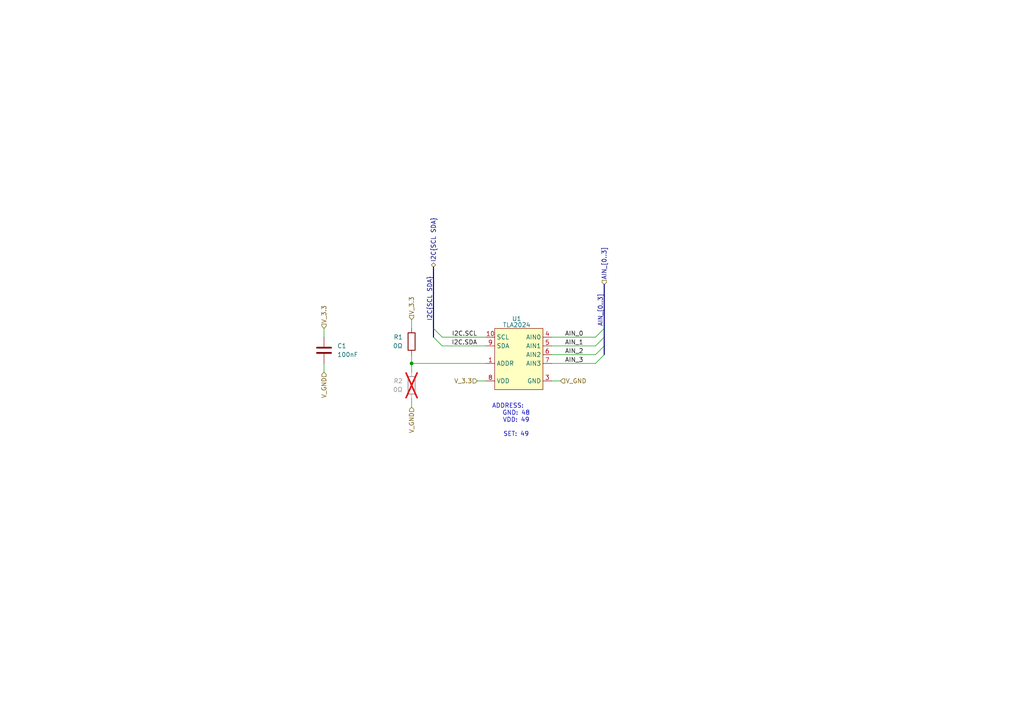
<source format=kicad_sch>
(kicad_sch (version 20231120) (generator "eeschema") (generator_version "8.0")
  (paper "A4")
  (lib_symbols
    (symbol "CUBESAT:TLA202x"
      (property "Reference" "U" (at 0 11.684 0))
      (property "Value" "TLA2024" (at 0 9.906 0))
      (symbol "TLA202x_0_0"
        (pin input line (at -8.89 -1.27 0) (length 2.54) (name "ADDR") (number "1"))
        (pin input line (at -8.89 6.35 0) (length 2.54) (name "SCL") (number "10"))
        (pin power_in line (at 10.16 -6.35 180) (length 2.54) (name "GND") (number "3"))
        (pin input line (at 10.16 6.35 180) (length 2.54) (name "AIN0") (number "4"))
        (pin input line (at 10.16 3.81 180) (length 2.54) (name "AIN1") (number "5"))
        (pin input line (at 10.16 1.27 180) (length 2.54) (name "AIN2") (number "6"))
        (pin input line (at 10.16 -1.27 180) (length 2.54) (name "AIN3") (number "7"))
        (pin power_in line (at -8.89 -6.35 0) (length 2.54) (name "VDD") (number "8"))
        (pin bidirectional line (at -8.89 3.81 0) (length 2.54) (name "SDA") (number "9"))
      )
      (symbol "TLA202x_1_0"
        (pin no_connect line (at 0 -11.43 90) (length 2.54) hide (name "NC") (number "2"))
      )
      (symbol "TLA202x_1_1"
        (rectangle (start -6.35 8.89) (end 7.62 -8.89) (fill (type background)))
      )
    )
    (symbol "Device:C" (pin_numbers hide) (pin_names (offset 0.254))
      (property "Reference" "C" (at 0.635 2.54 0))
      (property "Value" "C" (at 0.635 -2.54 0))
      (symbol "C_0_1"
        (polyline (pts (xy -2.032 -0.762) (xy 2.032 -0.762)) (stroke (width 0.508)))
        (polyline (pts (xy -2.032 0.762) (xy 2.032 0.762)) (stroke (width 0.508)))
      )
      (symbol "C_1_1"
        (pin passive line (at 0 3.81 270) (length 2.794) (name "~") (number "1"))
        (pin passive line (at 0 -3.81 90) (length 2.794) (name "~") (number "2"))
      )
    )
    (symbol "Device:R" (pin_numbers hide) (pin_names (offset 0))
      (property "Reference" "R" (at 2.032 0 90))
      (property "Value" "R" (at 0 0 90))
      (symbol "R_0_1"
        (rectangle (start -1.016 -2.54) (end 1.016 2.54) (stroke (width 0.254)))
      )
      (symbol "R_1_1"
        (pin passive line (at 0 3.81 270) (length 1.27) (name "~") (number "1"))
        (pin passive line (at 0 -3.81 90) (length 1.27) (name "~") (number "2"))
      )
    )
  )
  (junction (at 119.38 105.41))
  (bus_entry (at 125.73 95.25) (size 2.54 2.54))
  (bus_entry (at 175.26 102.87) (size -2.54 2.54))
  (bus_entry (at 175.26 100.33) (size -2.54 2.54))
  (bus_entry (at 175.26 95.25) (size -2.54 2.54))
  (bus_entry (at 175.26 97.79) (size -2.54 2.54))
  (bus_entry (at 125.73 97.79) (size 2.54 2.54))
  (wire (pts (xy 162.56 110.49) (xy 160.02 110.49)))
  (bus (pts (xy 175.26 95.25) (xy 175.26 97.79)))
  (wire (pts (xy 160.02 102.87) (xy 172.72 102.87)))
  (wire (pts (xy 138.43 110.49) (xy 140.97 110.49)))
  (wire (pts (xy 119.38 105.41) (xy 140.97 105.41)))
  (wire (pts (xy 160.02 105.41) (xy 172.72 105.41)))
  (bus (pts (xy 175.26 97.79) (xy 175.26 100.33)))
  (wire (pts (xy 119.38 105.41) (xy 119.38 107.95)))
  (wire (pts (xy 160.02 100.33) (xy 172.72 100.33)))
  (wire (pts (xy 160.02 97.79) (xy 172.72 97.79)))
  (wire (pts (xy 119.38 115.57) (xy 119.38 118.11)))
  (wire (pts (xy 128.27 97.79) (xy 140.97 97.79)))
  (wire (pts (xy 93.98 107.95) (xy 93.98 105.41)))
  (bus (pts (xy 125.73 95.25) (xy 125.73 97.79)))
  (bus (pts (xy 175.26 100.33) (xy 175.26 102.87)))
  (wire (pts (xy 93.98 95.25) (xy 93.98 97.79)))
  (bus (pts (xy 125.73 95.25) (xy 125.73 77.47)))
  (bus (pts (xy 175.26 82.55) (xy 175.26 95.25)))
  (wire (pts (xy 119.38 102.87) (xy 119.38 105.41)))
  (wire (pts (xy 128.27 100.33) (xy 140.97 100.33)))
  (wire (pts (xy 119.38 92.71) (xy 119.38 95.25)))
  (text "ADDRESS:\n	GND: 48\n	VDD: 49\n\n	SET: 49" (at 147.32 121.92 0) (effects (font (size 1.27 1.27))))
  (label "AIN_1" (at 163.83 100.33 0))
  (label "AIN_0" (at 163.83 97.79 0))
  (label "I2C{SCL SDA}" (at 125.73 80.01 270))
  (label "AIN_3" (at 163.83 105.41 0))
  (label "AIN_2" (at 163.83 102.87 0))
  (label "AIN_[0..3]" (at 175.26 85.09 270))
  (label "I2C.SDA" (at 138.43 100.33 180))
  (label "I2C.SCL" (at 138.43 97.79 180))
  (hierarchical_label "I2C{SCL SDA}" (shape bidirectional) (at 125.73 77.47 90))
  (hierarchical_label "V_3.3" (shape input) (at 119.38 92.71 90))
  (hierarchical_label "V_GND" (shape input) (at 93.98 107.95 270))
  (hierarchical_label "V_3.3" (shape input) (at 93.98 95.25 90))
  (hierarchical_label "V_GND" (shape input) (at 162.56 110.49 0))
  (hierarchical_label "V_3.3" (shape input) (at 138.43 110.49 180))
  (hierarchical_label "AIN_[0..3]" (shape input) (at 175.26 82.55 90))
  (hierarchical_label "V_GND" (shape input) (at 119.38 118.11 270))
  (symbol (lib_id "CUBESAT:TLA202x") (at 149.86 104.14 0) (unit 1)
    (property "Reference" "U1" (at 149.86 92.456 0))
    (property "Value" "TLA2024" (at 149.86 94.234 0))
    (property "Footprint" "Package_DFN_QFN:Texas_R-PQFP-N10" (effects (hide yes)))
    (property "Datasheet" "https://www.ti.com/lit/ds/symlink/tla2024.pdf" (effects (hide yes)))
    (property "Description" "Cost-Optimized, Ultra-Small, 12-Bit, System-Monitoring ADCs" (effects (hide yes)))
  )
  (symbol (lib_id "Device:R") (at 119.38 111.76 0) (mirror y) (unit 1) (dnp yes)
    (property "Reference" "R2" (at 116.84 110.4899 0) (effects (justify left)))
    (property "Value" "0Ω" (at 116.84 113.0299 0) (effects (justify left)))
    (property "Footprint" "Resistor_SMD:R_0603_1608Metric" (effects (hide yes)))
    (property "Description" "Resistor" (effects (hide yes)))
  )
  (symbol (lib_id "Device:R") (at 119.38 99.06 0) (mirror y) (unit 1)
    (property "Reference" "R1" (at 116.84 97.7899 0) (effects (justify left)))
    (property "Value" "0Ω" (at 116.84 100.3299 0) (effects (justify left)))
    (property "Footprint" "Resistor_SMD:R_0603_1608Metric" (effects (hide yes)))
    (property "Description" "Resistor" (effects (hide yes)))
  )
  (symbol (lib_id "Device:C") (at 93.98 101.6 0) (unit 1)
    (property "Reference" "C1" (at 97.79 100.3299 0) (effects (justify left)))
    (property "Value" "100nF" (at 97.79 102.8699 0) (effects (justify left)))
    (property "Footprint" "Capacitor_SMD:C_0603_1608Metric" (effects (hide yes)))
    (property "Description" "Unpolarized capacitor" (effects (hide yes)))
  )
)
</source>
